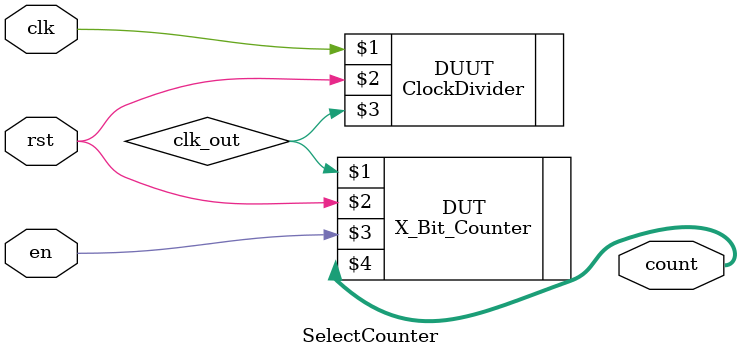
<source format=v>
`timescale 1ns / 1ps


module SelectCounter#(parameter n=4) (input clk,        
                      rst, en,                
                      output [1:0] count

    );
    wire clk_out;
    ClockDivider #(300000) DUUT (clk, rst, clk_out);
    X_Bit_Counter #(2,n) DUT (clk_out, rst, en, count);
endmodule

</source>
